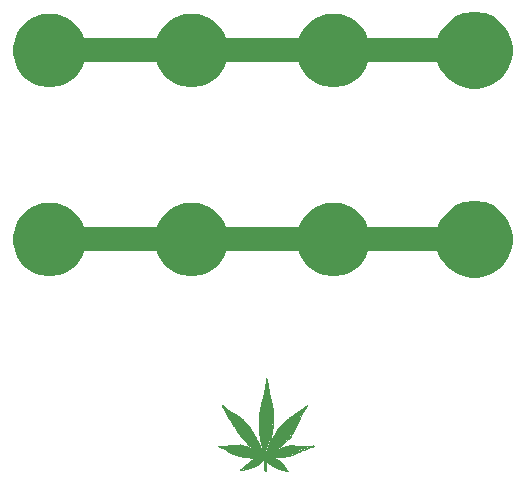
<source format=gbr>
G04 #@! TF.GenerationSoftware,KiCad,Pcbnew,(5.1.5-0)*
G04 #@! TF.CreationDate,2021-01-14T18:28:11-08:00*
G04 #@! TF.ProjectId,duallpg,6475616c-6c70-4672-9e6b-696361645f70,rev?*
G04 #@! TF.SameCoordinates,Original*
G04 #@! TF.FileFunction,Soldermask,Top*
G04 #@! TF.FilePolarity,Negative*
%FSLAX46Y46*%
G04 Gerber Fmt 4.6, Leading zero omitted, Abs format (unit mm)*
G04 Created by KiCad (PCBNEW (5.1.5-0)) date 2021-01-14 18:28:11*
%MOMM*%
%LPD*%
G04 APERTURE LIST*
%ADD10C,2.000000*%
%ADD11C,0.100000*%
%ADD12C,0.000002*%
%ADD13C,0.001000*%
G04 APERTURE END LIST*
D10*
X145250000Y-5000000D02*
X105250000Y-5000000D01*
X145250000Y11000000D02*
X105250000Y11000000D01*
D11*
G36*
X126160400Y-23497650D02*
G01*
X126712850Y-23777050D01*
X127039875Y-24104075D01*
X127174813Y-24334263D01*
X127406588Y-24604138D01*
X127100200Y-24520000D01*
X126846200Y-24443800D01*
X126668400Y-24380300D01*
X126293750Y-24246950D01*
X125934975Y-24053275D01*
X125674625Y-23767525D01*
X125550800Y-23605600D01*
X125614300Y-23643700D01*
X125588900Y-23580200D01*
X125652400Y-23408750D01*
X126160400Y-23497650D01*
G37*
X126160400Y-23497650D02*
X126712850Y-23777050D01*
X127039875Y-24104075D01*
X127174813Y-24334263D01*
X127406588Y-24604138D01*
X127100200Y-24520000D01*
X126846200Y-24443800D01*
X126668400Y-24380300D01*
X126293750Y-24246950D01*
X125934975Y-24053275D01*
X125674625Y-23767525D01*
X125550800Y-23605600D01*
X125614300Y-23643700D01*
X125588900Y-23580200D01*
X125652400Y-23408750D01*
X126160400Y-23497650D01*
G36*
X125366650Y-23516700D02*
G01*
X124998350Y-23948500D01*
X124560200Y-24221550D01*
X124179200Y-24361250D01*
X123429900Y-24526350D01*
X123912500Y-23999300D01*
X124306200Y-23732600D01*
X124674500Y-23529400D01*
X125144400Y-23453200D01*
X125169800Y-23453200D01*
X125366650Y-23516700D01*
G37*
X125366650Y-23516700D02*
X124998350Y-23948500D01*
X124560200Y-24221550D01*
X124179200Y-24361250D01*
X123429900Y-24526350D01*
X123912500Y-23999300D01*
X124306200Y-23732600D01*
X124674500Y-23529400D01*
X125144400Y-23453200D01*
X125169800Y-23453200D01*
X125366650Y-23516700D01*
G36*
X128573400Y-22488000D02*
G01*
X129005200Y-22513400D01*
X129583207Y-22523943D01*
X128903600Y-22678500D01*
X128471800Y-22869000D01*
X128128900Y-23084900D01*
X127709800Y-23250000D01*
X127176400Y-23338900D01*
X126731900Y-23364300D01*
X126154050Y-23345250D01*
X125576200Y-23326200D01*
X125512700Y-23250000D01*
X125728600Y-23186500D01*
X125735585Y-23135700D01*
X126051815Y-23008700D01*
X126585850Y-22780100D01*
X127138300Y-22576900D01*
X127532000Y-22462600D01*
X127976500Y-22462600D01*
X128573400Y-22488000D01*
G37*
X128573400Y-22488000D02*
X129005200Y-22513400D01*
X129583207Y-22523943D01*
X128903600Y-22678500D01*
X128471800Y-22869000D01*
X128128900Y-23084900D01*
X127709800Y-23250000D01*
X127176400Y-23338900D01*
X126731900Y-23364300D01*
X126154050Y-23345250D01*
X125576200Y-23326200D01*
X125512700Y-23250000D01*
X125728600Y-23186500D01*
X125735585Y-23135700D01*
X126051815Y-23008700D01*
X126585850Y-22780100D01*
X127138300Y-22576900D01*
X127532000Y-22462600D01*
X127976500Y-22462600D01*
X128573400Y-22488000D01*
G36*
X128560700Y-19833700D02*
G01*
X128319400Y-20329000D01*
X128116200Y-20786200D01*
X127855850Y-21306900D01*
X127582800Y-21662500D01*
X127271650Y-22075250D01*
X126801750Y-22468950D01*
X126300100Y-22805500D01*
X125195200Y-23402400D01*
X125220600Y-23072200D01*
X125525400Y-23021400D01*
X125773050Y-22583250D01*
X125988950Y-22119700D01*
X126154050Y-21789500D01*
X126338200Y-21497400D01*
X126503300Y-21179900D01*
X126782700Y-20824300D01*
X127062100Y-20506800D01*
X127392300Y-20214700D01*
X127735200Y-19986100D01*
X128116200Y-19732100D01*
X128509900Y-19465400D01*
X129043300Y-19071700D01*
X128560700Y-19833700D01*
G37*
X128560700Y-19833700D02*
X128319400Y-20329000D01*
X128116200Y-20786200D01*
X127855850Y-21306900D01*
X127582800Y-21662500D01*
X127271650Y-22075250D01*
X126801750Y-22468950D01*
X126300100Y-22805500D01*
X125195200Y-23402400D01*
X125220600Y-23072200D01*
X125525400Y-23021400D01*
X125773050Y-22583250D01*
X125988950Y-22119700D01*
X126154050Y-21789500D01*
X126338200Y-21497400D01*
X126503300Y-21179900D01*
X126782700Y-20824300D01*
X127062100Y-20506800D01*
X127392300Y-20214700D01*
X127735200Y-19986100D01*
X128116200Y-19732100D01*
X128509900Y-19465400D01*
X129043300Y-19071700D01*
X128560700Y-19833700D01*
G36*
X125715900Y-17700100D02*
G01*
X125817500Y-18182700D01*
X125931800Y-18639900D01*
X126014350Y-18970100D01*
X126077850Y-19351100D01*
X126122300Y-19871800D01*
X126122300Y-20405200D01*
X126071500Y-20989400D01*
X126008000Y-21510100D01*
X125865125Y-22005400D01*
X125566675Y-23021400D01*
X125353950Y-22970600D01*
X125119000Y-22056200D01*
X124945962Y-21192600D01*
X124961837Y-20405200D01*
X125014225Y-19744800D01*
X125176150Y-18970100D01*
X125411100Y-18157300D01*
X125538100Y-17382600D01*
X125601600Y-16861900D01*
X125715900Y-17700100D01*
G37*
X125715900Y-17700100D02*
X125817500Y-18182700D01*
X125931800Y-18639900D01*
X126014350Y-18970100D01*
X126077850Y-19351100D01*
X126122300Y-19871800D01*
X126122300Y-20405200D01*
X126071500Y-20989400D01*
X126008000Y-21510100D01*
X125865125Y-22005400D01*
X125566675Y-23021400D01*
X125353950Y-22970600D01*
X125119000Y-22056200D01*
X124945962Y-21192600D01*
X124961837Y-20405200D01*
X125014225Y-19744800D01*
X125176150Y-18970100D01*
X125411100Y-18157300D01*
X125538100Y-17382600D01*
X125601600Y-16861900D01*
X125715900Y-17700100D01*
G36*
X122096400Y-19274900D02*
G01*
X122413900Y-19516200D01*
X122979050Y-19833700D01*
X123575950Y-20265500D01*
X123950600Y-20646500D01*
X124350650Y-21211650D01*
X124947550Y-22392750D01*
X125246000Y-22957900D01*
X125258700Y-22970600D01*
X124928500Y-22996000D01*
X124826900Y-22945200D01*
X124471300Y-22697550D01*
X124064900Y-22329250D01*
X123734700Y-21980000D01*
X123379100Y-21548200D01*
X123099700Y-21129100D01*
X122909200Y-20875100D01*
X122655200Y-20417900D01*
X122401200Y-20049600D01*
X122159900Y-19630500D01*
X121880500Y-19071700D01*
X122096400Y-19274900D01*
G37*
X122096400Y-19274900D02*
X122413900Y-19516200D01*
X122979050Y-19833700D01*
X123575950Y-20265500D01*
X123950600Y-20646500D01*
X124350650Y-21211650D01*
X124947550Y-22392750D01*
X125246000Y-22957900D01*
X125258700Y-22970600D01*
X124928500Y-22996000D01*
X124826900Y-22945200D01*
X124471300Y-22697550D01*
X124064900Y-22329250D01*
X123734700Y-21980000D01*
X123379100Y-21548200D01*
X123099700Y-21129100D01*
X122909200Y-20875100D01*
X122655200Y-20417900D01*
X122401200Y-20049600D01*
X122159900Y-19630500D01*
X121880500Y-19071700D01*
X122096400Y-19274900D01*
G36*
X123502925Y-22453075D02*
G01*
X123839475Y-22548325D01*
X124103000Y-22640400D01*
X124801500Y-23046800D01*
X124831980Y-23074740D01*
X124839600Y-23059500D01*
X124839600Y-23072200D01*
X124831980Y-23074740D01*
X124750700Y-23237300D01*
X125144400Y-23377000D01*
X124934850Y-23402400D01*
X124541150Y-23427800D01*
X124064900Y-23427800D01*
X123620400Y-23364300D01*
X123137800Y-23250000D01*
X122744100Y-23135700D01*
X122337700Y-22907100D01*
X122020200Y-22678500D01*
X121613800Y-22551500D01*
X122261500Y-22500700D01*
X122794900Y-22462600D01*
X123258450Y-22456250D01*
X123502925Y-22453075D01*
G37*
X123502925Y-22453075D02*
X123839475Y-22548325D01*
X124103000Y-22640400D01*
X124801500Y-23046800D01*
X124831980Y-23074740D01*
X124839600Y-23059500D01*
X124839600Y-23072200D01*
X124831980Y-23074740D01*
X124750700Y-23237300D01*
X125144400Y-23377000D01*
X124934850Y-23402400D01*
X124541150Y-23427800D01*
X124064900Y-23427800D01*
X123620400Y-23364300D01*
X123137800Y-23250000D01*
X122744100Y-23135700D01*
X122337700Y-22907100D01*
X122020200Y-22678500D01*
X121613800Y-22551500D01*
X122261500Y-22500700D01*
X122794900Y-22462600D01*
X123258450Y-22456250D01*
X123502925Y-22453075D01*
G36*
X125500000Y-23034100D02*
G01*
X125288862Y-23227775D01*
X125507937Y-23323025D01*
X126258825Y-23865950D01*
X126077850Y-23961200D01*
X125500000Y-23504000D01*
X125512700Y-24596200D01*
X125398400Y-24456500D01*
X125392050Y-23567500D01*
X125436500Y-23567500D01*
X125055500Y-23351600D01*
X124769750Y-23199200D01*
X124934850Y-22919800D01*
X125500000Y-23034100D01*
G37*
X125500000Y-23034100D02*
X125288862Y-23227775D01*
X125507937Y-23323025D01*
X126258825Y-23865950D01*
X126077850Y-23961200D01*
X125500000Y-23504000D01*
X125512700Y-24596200D01*
X125398400Y-24456500D01*
X125392050Y-23567500D01*
X125436500Y-23567500D01*
X125055500Y-23351600D01*
X124769750Y-23199200D01*
X124934850Y-22919800D01*
X125500000Y-23034100D01*
D12*
X124979586Y-21346968D02*
X124986414Y-21413404D01*
X121560628Y-22535206D02*
G75*
G02X121562745Y-22530474I8833J-1112D01*
G01*
X121562745Y-22530475D02*
G75*
G02X121567170Y-22527659I6961J-6056D01*
G01*
X121567171Y-22527659D02*
G75*
G02X121576272Y-22525641I21302J-74534D01*
G01*
X121619176Y-22519928D02*
X121576272Y-22525641D01*
X121675382Y-22514579D02*
X121619176Y-22519928D01*
X121749523Y-22509059D02*
X121675382Y-22514579D01*
X121850810Y-22502773D02*
X121749523Y-22509059D01*
X121964250Y-22495535D02*
X121850810Y-22502773D01*
X122055159Y-22488329D02*
X121964250Y-22495535D01*
X122135946Y-22480142D02*
X122055159Y-22488329D01*
X122217522Y-22469967D02*
X122135946Y-22480142D01*
X122295588Y-22460763D02*
X122217522Y-22469967D01*
X122394548Y-22451810D02*
X122295588Y-22460763D01*
X122502731Y-22443949D02*
X122394548Y-22451810D01*
X122610022Y-22438039D02*
X122502731Y-22443949D01*
X122658893Y-22435783D02*
X122610022Y-22438039D01*
X122728084Y-22432592D02*
X122658893Y-22435783D01*
X122803746Y-22429104D02*
X122728084Y-22432592D01*
X122875022Y-22425821D02*
X122803746Y-22429104D01*
X123042892Y-22418843D02*
X122875022Y-22425821D01*
X123217753Y-22413052D02*
X123042892Y-22418843D01*
X123391324Y-22408069D02*
X123217753Y-22413052D01*
X123391324Y-22408069D02*
G75*
G02X123400393Y-22410507I462J-16364D01*
G01*
X123403889Y-22411762D02*
G75*
G02X123400393Y-22410507I1209J8867D01*
G01*
X123419388Y-22413775D02*
X123403889Y-22411762D01*
X123437771Y-22415819D02*
X123419388Y-22413775D01*
X123458715Y-22417713D02*
X123437771Y-22415819D01*
X124970054Y-21237481D02*
X124972649Y-21267124D01*
X126112378Y-23397086D02*
X126157522Y-23400622D01*
X126063537Y-23393388D02*
X126112378Y-23397086D01*
X126018194Y-23390058D02*
X126063537Y-23393388D01*
X125985022Y-23387755D02*
X126018194Y-23390058D01*
X125953615Y-23385486D02*
X125985022Y-23387755D01*
X125914584Y-23382326D02*
X125953615Y-23385486D01*
X125874606Y-23378849D02*
X125914584Y-23382326D01*
X125840022Y-23375579D02*
X125874606Y-23378849D01*
X125778512Y-23370402D02*
X125840022Y-23375579D01*
X125726901Y-23368134D02*
X125778512Y-23370402D01*
X124331364Y-21130665D02*
X124202584Y-20923051D01*
X124460123Y-21360277D02*
X124331364Y-21130665D01*
X125763811Y-23394985D02*
X125725611Y-23387712D01*
X125801820Y-23401668D02*
X125763811Y-23394985D01*
X125827522Y-23405429D02*
X125801820Y-23401668D01*
X125827522Y-23405429D02*
G75*
G02X125915850Y-23421576I-96572J-777952D01*
G01*
X126042223Y-23454860D02*
X125915850Y-23421576D01*
X126181550Y-23497366D02*
X126042223Y-23454860D01*
X126315022Y-23544009D02*
X126181550Y-23497366D01*
X126358649Y-23561046D02*
X126315022Y-23544009D01*
X126404637Y-23580487D02*
X126358649Y-23561046D01*
X126452079Y-23601930D02*
X126404637Y-23580487D01*
X126500085Y-23624987D02*
X126452079Y-23601930D01*
X126500085Y-23624988D02*
G75*
G02X126652408Y-23712179I-639105J-1293158D01*
G01*
X125100081Y-22097260D02*
X125102098Y-22107528D01*
X128120021Y-20765299D02*
G75*
G02X128119743Y-20766562I-3003J0D01*
G01*
X128111209Y-20784952D02*
X128119743Y-20766562D01*
X128101523Y-20805632D02*
X128111209Y-20784952D01*
X128090022Y-20829870D02*
X128101523Y-20805632D01*
X128078521Y-20854146D02*
X128090022Y-20829870D01*
X128068834Y-20874951D02*
X128078521Y-20854146D01*
X128060385Y-20893329D02*
X128068834Y-20874951D01*
X128060021Y-20894995D02*
G75*
G02X128060385Y-20893329I3995J0D01*
G01*
X128060021Y-20894995D02*
G75*
G02X128059292Y-20898297I-7840J0D01*
G01*
X128020677Y-20981421D02*
X128059292Y-20898297D01*
X127977758Y-21073339D02*
X128020677Y-20981421D01*
X127927442Y-21180277D02*
X127977758Y-21073339D01*
X127904537Y-21228174D02*
X127927442Y-21180277D01*
X127876801Y-21284980D02*
X127904537Y-21228174D01*
X127847730Y-21343998D02*
X127876801Y-21284980D01*
X127847731Y-21343997D02*
G75*
G02X127845022Y-21347777I-12801J6311D01*
G01*
X127843589Y-21349614D02*
G75*
G02X127845022Y-21347777I8150J-4881D01*
G01*
X127840177Y-21355418D02*
X127843588Y-21349615D01*
X127836238Y-21362435D02*
X127840177Y-21355418D01*
X127832041Y-21370277D02*
X127836238Y-21362435D01*
X127823008Y-21387116D02*
X127832041Y-21370277D01*
X127812309Y-21406309D02*
X127823008Y-21387116D01*
X127801117Y-21425799D02*
X127812309Y-21406309D01*
X127790563Y-21443576D02*
X127801117Y-21425799D01*
X127786359Y-21450601D02*
X127790563Y-21443576D01*
X127779895Y-21461546D02*
X127786359Y-21450601D01*
X127772630Y-21473921D02*
X127779895Y-21461546D01*
X127765538Y-21486076D02*
X127772630Y-21473921D01*
X127765539Y-21486076D02*
G75*
G02X127676513Y-21624537I-1594117J927112D01*
G01*
X127560765Y-21778716D02*
X127676513Y-21624537D01*
X127429379Y-21935115D02*
X127560765Y-21778716D01*
X127292561Y-22080767D02*
X127429379Y-21935115D01*
X127292561Y-22080767D02*
G75*
G02X127012462Y-22338051I-2992746J2977019D01*
G01*
X126702444Y-22576945D02*
X127012462Y-22338051D01*
X126346530Y-22808868D02*
X126702444Y-22576945D01*
X125927522Y-23045384D02*
X126346530Y-22808868D01*
X125907210Y-23056206D02*
X125927522Y-23045384D01*
X125883256Y-23069049D02*
X125907210Y-23056206D01*
X125859541Y-23081825D02*
X125883256Y-23069049D01*
X125840022Y-23092411D02*
X125859541Y-23081825D01*
X125822766Y-23101769D02*
X125840022Y-23092411D01*
X125806062Y-23110749D02*
X125822766Y-23101769D01*
X125791782Y-23118359D02*
X125806062Y-23110749D01*
X125784097Y-23122337D02*
X125791782Y-23118359D01*
X125767847Y-23132144D02*
G75*
G02X125784097Y-23122337I73169J-102870D01*
G01*
X125751467Y-23145234D02*
G75*
G02X125767847Y-23132145I125077J-139731D01*
G01*
X125738112Y-23158375D02*
G75*
G02X125751467Y-23145234I145858J-134885D01*
G01*
X125735021Y-23166267D02*
G75*
G02X125738111Y-23158375I11624J0D01*
G01*
X125735871Y-23169781D02*
G75*
G02X125735022Y-23166267I6849J3514D01*
G01*
X125738155Y-23171737D02*
G75*
G02X125735870Y-23169780I1247J3768D01*
G01*
X125742397Y-23172198D02*
G75*
G02X125738155Y-23171737I-1044J10127D01*
G01*
X125749641Y-23171103D02*
G75*
G02X125742398Y-23172199I-15184J75919D01*
G01*
X125768149Y-23165366D02*
G75*
G02X125749641Y-23171104I-36945J86448D01*
G01*
X125828992Y-23139023D02*
X125768149Y-23165366D01*
X125896972Y-23108528D02*
X125828992Y-23139023D01*
X125965022Y-23076643D02*
X125896972Y-23108528D01*
X125988044Y-23065656D02*
X125965022Y-23076643D01*
X126013850Y-23053400D02*
X125988044Y-23065656D01*
X126038478Y-23041750D02*
X126013850Y-23053400D01*
X126057522Y-23032798D02*
X126038478Y-23041750D01*
X126077497Y-23023393D02*
X126057522Y-23032798D01*
X126105600Y-23010054D02*
X126077497Y-23023393D01*
X126136247Y-22995444D02*
X126105600Y-23010054D01*
X126165022Y-22981661D02*
X126136247Y-22995444D01*
X126219936Y-22955361D02*
X126165022Y-22981661D01*
X126261702Y-22935535D02*
X126219936Y-22955361D01*
X126296707Y-22919148D02*
X126261702Y-22935535D01*
X126330022Y-22903816D02*
X126296707Y-22919148D01*
X126365354Y-22887574D02*
X126330022Y-22903816D01*
X126431774Y-22856749D02*
X126365354Y-22887574D01*
X126499694Y-22825132D02*
X126431774Y-22856749D01*
X126547522Y-22802733D02*
X126499694Y-22825132D01*
X126694502Y-22734657D02*
X126547522Y-22802733D01*
X126845333Y-22666903D02*
X126694502Y-22734657D01*
X126983653Y-22606658D02*
X126845333Y-22666903D01*
X127090022Y-22562680D02*
X126983653Y-22606658D01*
X127143337Y-22541611D02*
X127090022Y-22562680D01*
X127178135Y-22528359D02*
X127143337Y-22541611D01*
X127207932Y-22517769D02*
X127178135Y-22528359D01*
X127242522Y-22506289D02*
X127207932Y-22517769D01*
X127301620Y-22488467D02*
X127242522Y-22506289D01*
X127363071Y-22472384D02*
X127301620Y-22488467D01*
X127424574Y-22458597D02*
X127363071Y-22472384D01*
X127483822Y-22447669D02*
X127424574Y-22458597D01*
X127525789Y-22441782D02*
X127483822Y-22447669D01*
X127561324Y-22438975D02*
X127525789Y-22441782D01*
X127605896Y-22438261D02*
X127561324Y-22438975D01*
X127686322Y-22439370D02*
X127605896Y-22438261D01*
X127743234Y-22440735D02*
X127686322Y-22439370D01*
X127801607Y-22442737D02*
X127743234Y-22440735D01*
X127853546Y-22445032D02*
X127801607Y-22442737D01*
X127887522Y-22447267D02*
X127853546Y-22445032D01*
X127918287Y-22449702D02*
X127887522Y-22447267D01*
X127957662Y-22452627D02*
X127918287Y-22449702D01*
X127998691Y-22455545D02*
X127957662Y-22452627D01*
X128035022Y-22457990D02*
X127998691Y-22455545D01*
X128072057Y-22460418D02*
X128035022Y-22457990D01*
X128115318Y-22463293D02*
X128072057Y-22460418D01*
X128157867Y-22466150D02*
X128115318Y-22463293D01*
X128192522Y-22468510D02*
X128157867Y-22466150D01*
X128245145Y-22470680D02*
X128192522Y-22468510D01*
X128437897Y-22473130D02*
X128245145Y-22470680D01*
X128666132Y-22475346D02*
X128437897Y-22473130D01*
X128922522Y-22476997D02*
X128666132Y-22475346D01*
X129260194Y-22478974D02*
X128922522Y-22476997D01*
X129446598Y-22480953D02*
X129260194Y-22478974D01*
X129575267Y-22483028D02*
X129446598Y-22480953D01*
X129575267Y-22483028D02*
G75*
G02X129588772Y-22486729I-500J-28318D01*
G01*
X129588772Y-22486728D02*
G75*
G02X129597766Y-22495160I-13045J-22929D01*
G01*
X129597766Y-22495160D02*
G75*
G02X129600023Y-22505412I-12281J-8079D01*
G01*
X129600023Y-22505413D02*
G75*
G02X129594871Y-22515674I-18220J2725D01*
G01*
X129594870Y-22515673D02*
G75*
G02X129583207Y-22523943I-29662J29474D01*
G01*
X129583208Y-22523944D02*
G75*
G02X129565174Y-22531131I-63623J133418D01*
G01*
X129500776Y-22551805D02*
X129565174Y-22531131D01*
X129438093Y-22571392D02*
X129500776Y-22551805D01*
X129402522Y-22581377D02*
X129438093Y-22571392D01*
X129273171Y-22618169D02*
X129402522Y-22581377D01*
X129098786Y-22675203D02*
X129273171Y-22618169D01*
X128919767Y-22738251D02*
X129098786Y-22675203D01*
X128772522Y-22795274D02*
X128919767Y-22738251D01*
X128649199Y-22848078D02*
X128772522Y-22795274D01*
X128503927Y-22914591D02*
X128649199Y-22848078D01*
X128362600Y-22982490D02*
X128503927Y-22914591D01*
X128252522Y-23039199D02*
X128362600Y-22982490D01*
X128118504Y-23110433D02*
X128252522Y-23039199D01*
X128033440Y-23152696D02*
X128118504Y-23110433D01*
X127958987Y-23185131D02*
X128033440Y-23152696D01*
X127867522Y-23220178D02*
X127958987Y-23185131D01*
X127792423Y-23247307D02*
X127867522Y-23220178D01*
X127752851Y-23260723D02*
X127792423Y-23247307D01*
X127713400Y-23272598D02*
X127752851Y-23260723D01*
X127640022Y-23293034D02*
X127713400Y-23272598D01*
X127520804Y-23322545D02*
X127640022Y-23293034D01*
X127383620Y-23350279D02*
X127520804Y-23322545D01*
X127245884Y-23373156D02*
X127383620Y-23350279D01*
X127125022Y-23387838D02*
X127245884Y-23373156D01*
X127101013Y-23390138D02*
X127125022Y-23387838D01*
X127066506Y-23393487D02*
X127101013Y-23390138D01*
X127028547Y-23397195D02*
X127066506Y-23393487D01*
X126992522Y-23400739D02*
X127028547Y-23397195D01*
X126858935Y-23408145D02*
X126992522Y-23400739D01*
X126586190Y-23409806D02*
X126858935Y-23408145D01*
X126313070Y-23407895D02*
X126586190Y-23409806D01*
X126157522Y-23400622D02*
X126313070Y-23407895D01*
X125684700Y-23367876D02*
X125726901Y-23368134D01*
X125680021Y-23372584D02*
G75*
G02X125684700Y-23367876I4709J-1D01*
G01*
X125681145Y-23374719D02*
G75*
G02X125680022Y-23372585I1466J2134D01*
G01*
X125685529Y-23377293D02*
G75*
G02X125681144Y-23374719I15819J31971D01*
G01*
X124610636Y-21638155D02*
X124594341Y-21608062D01*
X124621221Y-21657777D02*
X124610636Y-21638155D01*
X126011249Y-22033226D02*
X125964982Y-22130277D01*
X126096807Y-21862328D02*
X126011249Y-22033226D01*
X126183548Y-21691636D02*
X126096807Y-21862328D01*
X126224269Y-21616527D02*
X126183548Y-21691636D01*
X126238678Y-21591366D02*
X126224269Y-21616527D01*
X126249929Y-21571636D02*
X126238678Y-21591366D01*
X126259609Y-21554555D02*
X126249929Y-21571636D01*
X126269048Y-21537777D02*
X126259609Y-21554555D01*
X126275983Y-21525624D02*
X126269048Y-21537777D01*
X126287590Y-21505731D02*
X126275983Y-21525624D01*
X126300976Y-21482985D02*
X126287590Y-21505731D01*
X126314458Y-21460277D02*
X126300976Y-21482985D01*
X126327575Y-21438268D02*
X126314458Y-21460277D01*
X126339864Y-21417624D02*
X126327575Y-21438268D01*
X126350197Y-21400243D02*
X126339864Y-21417624D01*
X126354889Y-21392307D02*
X126350197Y-21400243D01*
X126399259Y-21320233D02*
X126354889Y-21392307D01*
X126462393Y-21223837D02*
X126399259Y-21320233D01*
X126529939Y-21124271D02*
X126462393Y-21223837D01*
X126589543Y-21040277D02*
X126529939Y-21124271D01*
X126646819Y-20963641D02*
X126589543Y-21040277D01*
X126717177Y-20873061D02*
X126646819Y-20963641D01*
X126784639Y-20788542D02*
X126717177Y-20873061D01*
X126827847Y-20737777D02*
X126784639Y-20788542D01*
X128135064Y-20731889D02*
X128144416Y-20711958D01*
X128127187Y-20748945D02*
X128135064Y-20731889D01*
X128120294Y-20764044D02*
X128127187Y-20748945D01*
X128120022Y-20765299D02*
G75*
G02X128120294Y-20764044I3026J0D01*
G01*
X124575985Y-21574222D02*
X124558037Y-21541194D01*
X124594341Y-21608062D02*
X124575985Y-21574222D01*
X127412904Y-24632618D02*
G75*
G02X127412962Y-24640934I-10582J-4233D01*
G01*
X127412961Y-24640934D02*
G75*
G02X127410571Y-24643771I-5287J2029D01*
G01*
X127410571Y-24643771D02*
G75*
G02X127405675Y-24645933I-11328J19028D01*
G01*
X127405675Y-24645934D02*
G75*
G02X127398837Y-24647326I-10822J35655D01*
G01*
X127398838Y-24647325D02*
G75*
G02X127390414Y-24647777I-8424J78322D01*
G01*
X125893609Y-22291378D02*
X125885721Y-22310277D01*
X125920843Y-22229384D02*
X125893609Y-22291378D01*
X125947720Y-22168594D02*
X125920843Y-22229384D01*
X125964982Y-22130277D02*
X125947720Y-22168594D01*
X127390414Y-24647778D02*
G75*
G02X127375921Y-24646825I0J110737D01*
G01*
X127375921Y-24646825D02*
G75*
G02X127363016Y-24643965I9971J75534D01*
G01*
X127363016Y-24643965D02*
G75*
G02X127346281Y-24637761I53575J170197D01*
G01*
X127315022Y-24624046D02*
X127346281Y-24637761D01*
X127251838Y-24597762D02*
X127315022Y-24624046D01*
X127185736Y-24574319D02*
X127251838Y-24597762D01*
X127114120Y-24552862D02*
X127185736Y-24574319D01*
X127034294Y-24532548D02*
X127114120Y-24552862D01*
X126897606Y-24499292D02*
X127034294Y-24532548D01*
X124630128Y-21674323D02*
X124621221Y-21657777D01*
X124640235Y-21693074D02*
X124630128Y-21674323D01*
X125753305Y-22636243D02*
X125744490Y-22656661D01*
X125763179Y-22612378D02*
X125753305Y-22636243D01*
X125774497Y-22584151D02*
X125763179Y-22612378D01*
X125787768Y-22550277D02*
X125774497Y-22584151D01*
X125793655Y-22535324D02*
X125787768Y-22550277D01*
X125800109Y-22519333D02*
X125793655Y-22535324D01*
X125806173Y-22504627D02*
X125800109Y-22519333D01*
X126652408Y-23712178D02*
G75*
G02X126790509Y-23815987I-743206J-1132487D01*
G01*
X126790509Y-23815987D02*
G75*
G02X126908604Y-23931641I-808447J-943632D01*
G01*
X126908604Y-23931641D02*
G75*
G02X127001099Y-24054225I-691614J-618042D01*
G01*
X127093113Y-24197827D02*
X127001099Y-24054225D01*
X127158325Y-24294131D02*
X127093113Y-24197827D01*
X127219278Y-24376381D02*
X127158325Y-24294131D01*
X127294380Y-24470045D02*
X127219278Y-24376381D01*
X127337947Y-24522822D02*
X127294380Y-24470045D01*
X127351771Y-24539809D02*
X127337947Y-24522822D01*
X127362079Y-24553035D02*
X127351771Y-24539809D01*
X125134498Y-19020277D02*
X125120636Y-19070269D01*
X125810691Y-22494082D02*
X125806173Y-22504627D01*
X125814264Y-22485606D02*
X125810691Y-22494082D01*
X125817281Y-22477667D02*
X125814264Y-22485606D01*
X125819553Y-22470959D02*
X125817281Y-22477667D01*
X125820021Y-22467966D02*
G75*
G02X125819553Y-22470959I-9805J0D01*
G01*
X125820021Y-22467965D02*
G75*
G02X125820501Y-22464968I9600J-1D01*
G01*
X125822848Y-22458209D02*
X125820501Y-22464968D01*
X125825958Y-22450210D02*
X125822848Y-22458209D01*
X125829642Y-22441661D02*
X125825958Y-22450210D01*
X125843866Y-22409784D02*
X125829642Y-22441661D01*
X125852969Y-22388632D02*
X125843866Y-22409784D01*
X125859166Y-22373491D02*
X125852969Y-22388632D01*
X125860007Y-22369082D02*
G75*
G02X125859166Y-22373491I-11749J-43D01*
G01*
X125860007Y-22369082D02*
G75*
G02X125860459Y-22366632I6738J25D01*
G01*
X125863194Y-22359786D02*
X125860459Y-22366632D01*
X125866707Y-22351673D02*
X125863194Y-22359786D01*
X125870874Y-22342777D02*
X125866707Y-22351673D01*
X125875330Y-22333430D02*
X125870874Y-22342777D01*
X125879723Y-22323949D02*
X125875330Y-22333430D01*
X125883495Y-22315577D02*
X125879723Y-22323949D01*
X125885721Y-22310277D02*
X125883495Y-22315577D01*
X127377281Y-24573316D02*
X127362079Y-24553035D01*
X127393683Y-24596689D02*
X127377281Y-24573316D01*
X127393683Y-24596690D02*
G75*
G02X127405528Y-24616666I-194982J-129113D01*
G01*
X127405528Y-24616666D02*
G75*
G02X127412903Y-24632618I-148143J-78170D01*
G01*
X126837272Y-20727192D02*
X126827847Y-20737777D01*
X126857031Y-20704856D02*
X126837272Y-20727192D01*
X126880430Y-20678361D02*
X126857031Y-20704856D01*
X126905193Y-20650277D02*
X126880430Y-20678361D01*
X127013704Y-20533304D02*
X126905193Y-20650277D01*
X127146053Y-20402079D02*
X127013704Y-20533304D01*
X127277297Y-20280085D02*
X127146053Y-20402079D01*
X127380250Y-20194220D02*
X127277297Y-20280085D01*
X127467428Y-20128727D02*
X127380250Y-20194220D01*
X127546415Y-20073278D02*
X127467428Y-20128727D01*
X127648457Y-20006351D02*
X127546415Y-20073278D01*
X127827522Y-19892769D02*
X127648457Y-20006351D01*
X127889629Y-19853344D02*
X127827522Y-19892769D01*
X127956365Y-19810469D02*
X127889629Y-19853344D01*
X128017965Y-19770471D02*
X127956365Y-19810469D01*
X128062522Y-19740991D02*
X128017965Y-19770471D01*
X128197222Y-19649298D02*
X128062522Y-19740991D01*
X128320866Y-19562251D02*
X128197222Y-19649298D01*
X128468690Y-19454774D02*
X128320866Y-19562251D01*
X128690022Y-19290957D02*
X128468690Y-19454774D01*
X128733928Y-19258350D02*
X128690022Y-19290957D01*
X128776959Y-19226446D02*
X128733928Y-19258350D01*
X128814011Y-19199020D02*
X128776959Y-19226446D01*
X128835022Y-19183543D02*
X128814011Y-19199020D01*
X128851209Y-19171646D02*
X128835022Y-19183543D01*
X128868850Y-19158643D02*
X128851209Y-19171646D01*
X128885320Y-19146471D02*
X128868850Y-19158643D01*
X128897522Y-19137414D02*
X128885320Y-19146471D01*
X128937477Y-19109270D02*
X128897522Y-19137414D01*
X128992952Y-19073208D02*
X128937477Y-19109270D01*
X129049438Y-19037759D02*
X128992952Y-19073208D01*
X129049438Y-19037760D02*
G75*
G02X129064761Y-19031269I28471J-45884D01*
G01*
X129064761Y-19031268D02*
G75*
G02X129077504Y-19029947I10974J-43717D01*
G01*
X129077504Y-19029947D02*
G75*
G02X129084070Y-19034069I-305J-7776D01*
G01*
X129084070Y-19034070D02*
G75*
G02X129084527Y-19042656I-8997J-4784D01*
G01*
X129084527Y-19042655D02*
G75*
G02X129077667Y-19055539I-63438J25510D01*
G01*
X129065329Y-19072507D02*
X129077667Y-19055539D01*
X129045976Y-19096851D02*
X129065329Y-19072507D01*
X129026429Y-19120518D02*
X129045976Y-19096851D01*
X129026429Y-19120517D02*
G75*
G02X129016963Y-19130277I-72727J61071D01*
G01*
X128999895Y-19148072D02*
G75*
G02X129016963Y-19130277I123500J-101373D01*
G01*
X128945948Y-19214257D02*
X128999895Y-19148072D01*
X128891922Y-19281904D02*
X128945948Y-19214257D01*
X128851038Y-19335277D02*
X128891922Y-19281904D01*
X128774034Y-19443698D02*
X128851038Y-19335277D01*
X128713980Y-19539678D02*
X128774034Y-19443698D01*
X128648409Y-19660452D02*
X128713980Y-19539678D01*
X128545463Y-19865277D02*
X128648409Y-19660452D01*
X128512314Y-19932396D02*
X128545463Y-19865277D01*
X128482337Y-19993418D02*
X128512314Y-19932396D01*
X128457300Y-20044652D02*
X128482337Y-19993418D01*
X128448740Y-20062777D02*
X128457300Y-20044652D01*
X128433870Y-20094997D02*
X128448740Y-20062777D01*
X128398656Y-20170485D02*
X128433870Y-20094997D01*
X128363434Y-20245815D02*
X128398656Y-20170485D01*
X128342505Y-20290277D02*
X128363434Y-20245815D01*
X128336270Y-20303483D02*
X128342505Y-20290277D01*
X128326572Y-20324090D02*
X128336270Y-20303483D01*
X128315623Y-20347387D02*
X128326572Y-20324090D01*
X128304881Y-20370277D02*
X128315623Y-20347387D01*
X128252656Y-20481614D02*
X128304881Y-20370277D01*
X128205466Y-20582138D02*
X128252656Y-20481614D01*
X128166565Y-20664935D02*
X128205466Y-20582138D01*
X128144416Y-20711958D02*
X128166565Y-20664935D01*
X124956089Y-20020173D02*
X124950432Y-20097777D01*
X124991414Y-19684273D02*
X124989359Y-19701746D01*
X124999812Y-21525277D02*
X125002112Y-21541881D01*
X122720022Y-23154199D02*
X122785345Y-23181444D01*
X122672193Y-23132386D02*
X122720022Y-23154199D01*
X122596008Y-23095116D02*
X122672193Y-23132386D01*
X122513874Y-23054229D02*
X122596008Y-23095116D01*
X123458715Y-22417712D02*
G75*
G02X123537077Y-22427867I-68767J-838110D01*
G01*
X123634167Y-22447547D02*
X123537077Y-22427867D01*
X123738541Y-22473880D02*
X123634167Y-22447547D01*
X123840022Y-22504629D02*
X123738541Y-22473880D01*
X123911345Y-22528648D02*
X123840022Y-22504629D01*
X123962918Y-22547344D02*
X123911345Y-22528648D01*
X124014767Y-22568060D02*
X123962918Y-22547344D01*
X124087522Y-22598978D02*
X124014767Y-22568060D01*
X124136095Y-22621297D02*
X124087522Y-22598978D01*
X124222054Y-22663707D02*
X124136095Y-22621297D01*
X124307800Y-22707003D02*
X124222054Y-22663707D01*
X124357522Y-22733724D02*
X124307800Y-22707003D01*
X124374485Y-22743290D02*
X124357522Y-22733724D01*
X124392381Y-22753359D02*
X124374485Y-22743290D01*
X124408665Y-22762503D02*
X124392381Y-22753359D01*
X124420022Y-22768855D02*
X124408665Y-22762503D01*
X124467579Y-22796350D02*
X124420022Y-22768855D01*
X124529264Y-22833880D02*
X124467579Y-22796350D01*
X124594127Y-22874579D02*
X124529264Y-22833880D01*
X124652522Y-22912529D02*
X124594127Y-22874579D01*
X124769621Y-22989782D02*
X124652522Y-22912529D01*
X124784217Y-22992895D02*
G75*
G02X124769621Y-22989782I-3296J20324D01*
G01*
X124785880Y-22986626D02*
G75*
G02X124784217Y-22992894I-2231J-2763D01*
G01*
X124686635Y-22906997D02*
X124785879Y-22986626D01*
X124576355Y-22818615D02*
X124686635Y-22906997D01*
X124455655Y-22721064D02*
X124576355Y-22818615D01*
X124346190Y-22632022D02*
X124455655Y-22721064D01*
X124297522Y-22591366D02*
X124346190Y-22632022D01*
X124060218Y-22378564D02*
X124297522Y-22591366D01*
X123831976Y-22153889D02*
X124060218Y-22378564D01*
X123626302Y-21931368D02*
X123831976Y-22153889D01*
X123457522Y-21725413D02*
X123626302Y-21931368D01*
X123447035Y-21711730D02*
X123457522Y-21725413D01*
X123430933Y-21690881D02*
X123447035Y-21711730D01*
X123412804Y-21667489D02*
X123430933Y-21690881D01*
X123395094Y-21644720D02*
X123412804Y-21667489D01*
X123350771Y-21586679D02*
X123395094Y-21644720D01*
X123298022Y-21515362D02*
X123350771Y-21586679D01*
X123243294Y-21439659D02*
X123298022Y-21515362D01*
X123192611Y-21367777D02*
X123243294Y-21439659D01*
X123115794Y-21255183D02*
X123192611Y-21367777D01*
X123003314Y-21086047D02*
X123115794Y-21255183D01*
X122892960Y-20918079D02*
X123003314Y-21086047D01*
X122827810Y-20815811D02*
X122892960Y-20918079D01*
X122812852Y-20791839D02*
X122827810Y-20815811D01*
X122793501Y-20761028D02*
X122812852Y-20791839D01*
X122773210Y-20728853D02*
X122793501Y-20761028D01*
X122755098Y-20700277D02*
X122773210Y-20728853D01*
X122732466Y-20664465D02*
X122755098Y-20700277D01*
X122694344Y-20603699D02*
X122732466Y-20664465D01*
X122650478Y-20533586D02*
X122694344Y-20603699D01*
X122606299Y-20462777D02*
X122650478Y-20533586D01*
X122563762Y-20394522D02*
X122606299Y-20462777D01*
X122524866Y-20332137D02*
X122563762Y-20394522D01*
X122492249Y-20279846D02*
X122524866Y-20332137D01*
X122480010Y-20260277D02*
X122492249Y-20279846D01*
X122437630Y-20191590D02*
X122480010Y-20260277D01*
X122367790Y-20076106D02*
X122437630Y-20191590D01*
X122297729Y-19959490D02*
X122367790Y-20076106D01*
X122272165Y-19915277D02*
X122297729Y-19959490D01*
X122269328Y-19910248D02*
X122272165Y-19915277D01*
X122265217Y-19903074D02*
X122269328Y-19910248D01*
X122260674Y-19895211D02*
X122265217Y-19903074D01*
X122256342Y-19887777D02*
X122260674Y-19895211D01*
X122227044Y-19837083D02*
X122256342Y-19887777D01*
X122168968Y-19735057D02*
X122227044Y-19837083D01*
X122110346Y-19631702D02*
X122168968Y-19735057D01*
X122088754Y-19592777D02*
X122110346Y-19631702D01*
X122079351Y-19575536D02*
X122088754Y-19592777D01*
X122067835Y-19554543D02*
X122079351Y-19575536D01*
X122056140Y-19533314D02*
X122067835Y-19554543D01*
X122046150Y-19515277D02*
X122056140Y-19533314D01*
X122017394Y-19460797D02*
X122046150Y-19515277D01*
X121962647Y-19350518D02*
X122017394Y-19460797D01*
X121902078Y-19227345D02*
X121962647Y-19350518D01*
X121902079Y-19227345D02*
G75*
G02X121900022Y-19218491I18028J8854D01*
G01*
X121899530Y-19215636D02*
G75*
G02X121900022Y-19218491I-8045J-2855D01*
G01*
X121897209Y-19209477D02*
X121899530Y-19215636D01*
X121894113Y-19202210D02*
X121897209Y-19209477D01*
X121890446Y-19194500D02*
X121894113Y-19202210D01*
X121890446Y-19194500D02*
G75*
G02X121875567Y-19160779I353949J176315D01*
G01*
X121862376Y-19122674D02*
X121875567Y-19160779D01*
X121852797Y-19087022D02*
X121862376Y-19122674D01*
X121852798Y-19087021D02*
G75*
G02X121850022Y-19062709I105091J24312D01*
G01*
X121850022Y-19062709D02*
G75*
G02X121852313Y-19051889I26694J0D01*
G01*
X121852313Y-19051889D02*
G75*
G02X121858734Y-19043767I19006J-8428D01*
G01*
X121858734Y-19043767D02*
G75*
G02X121868045Y-19039963I11741J-15439D01*
G01*
X121868045Y-19039963D02*
G75*
G02X121878409Y-19041121I2783J-22042D01*
G01*
X124799378Y-22999505D02*
G75*
G02X124807816Y-23005118I-42084J-72409D01*
G01*
X124793690Y-22998010D02*
G75*
G02X124799378Y-22999505I137J-11046D01*
G01*
X124792163Y-23000169D02*
G75*
G02X124793690Y-22998010I1547J525D01*
G01*
X124795021Y-23005277D02*
G75*
G02X124792163Y-23000169I12406J10295D01*
G01*
X124798004Y-23008135D02*
G75*
G02X124795022Y-23005277I10995J14458D01*
G01*
X124801808Y-23010528D02*
G75*
G02X124798004Y-23008136I11528J22553D01*
G01*
X124805813Y-23012133D02*
G75*
G02X124801808Y-23010528I6762J22671D01*
G01*
X124809384Y-23012619D02*
G75*
G02X124805813Y-23012133I-229J11691D01*
G01*
X124813439Y-23012263D02*
G75*
G02X124809384Y-23012618I-4642J29680D01*
G01*
X124814221Y-23011131D02*
G75*
G02X124813438Y-23012263I-929J-194D01*
G01*
X124813100Y-23009282D02*
G75*
G02X124814221Y-23011131I-2062J-2515D01*
G01*
X124807816Y-23005118D02*
X124813100Y-23009282D01*
X125582574Y-16819496D02*
G75*
G02X125591771Y-16810571I24520J-16067D01*
G01*
X125591771Y-16810571D02*
G75*
G02X125602879Y-16807745I10107J-16484D01*
G01*
X125602879Y-16807745D02*
G75*
G02X125613607Y-16811707I-996J-19203D01*
G01*
X125613606Y-16811707D02*
G75*
G02X125621759Y-16821527I-17650J-22947D01*
G01*
X125621760Y-16821527D02*
G75*
G02X125633695Y-16854885I-124673J-63421D01*
G01*
X125649153Y-16930779D02*
X125633695Y-16854885D01*
X125666249Y-17030893D02*
X125649153Y-16930779D01*
X125684771Y-17157777D02*
X125666249Y-17030893D01*
X125689195Y-17189649D02*
X125684771Y-17157777D01*
X125693664Y-17221324D02*
X125689195Y-17189649D01*
X125697609Y-17248853D02*
X125693664Y-17221324D01*
X125700058Y-17265277D02*
X125697609Y-17248853D01*
X125702198Y-17279274D02*
X125700058Y-17265277D01*
X125704846Y-17296746D02*
X125702198Y-17279274D01*
X125707550Y-17314693D02*
X125704846Y-17296746D01*
X125709879Y-17330277D02*
X125707550Y-17314693D01*
X125750474Y-17595675D02*
X125709879Y-17330277D01*
X125782146Y-17783530D02*
X125750474Y-17595675D01*
X125812899Y-17941341D02*
X125782146Y-17783530D01*
X125849454Y-18105379D02*
X125812899Y-17941341D01*
X125874492Y-18208731D02*
X125849454Y-18105379D01*
X125906786Y-18336990D02*
X125874492Y-18208731D01*
X125938947Y-18462230D02*
X125906786Y-18336990D01*
X125949546Y-18497777D02*
X125938947Y-18462230D01*
X125951577Y-18504390D02*
X125949546Y-18497777D01*
X125954324Y-18514684D02*
X125951577Y-18504390D01*
X125957226Y-18526332D02*
X125954324Y-18514684D01*
X125959866Y-18537777D02*
X125957226Y-18526332D01*
X125962509Y-18549406D02*
X125959866Y-18537777D01*
X125965418Y-18561606D02*
X125962509Y-18549406D01*
X125968167Y-18572654D02*
X125965418Y-18561606D01*
X125970219Y-18580277D02*
X125968167Y-18572654D01*
X125991211Y-18661306D02*
X125970219Y-18580277D01*
X126020319Y-18789530D02*
X125991211Y-18661306D01*
X126047583Y-18917148D02*
X126020319Y-18789530D01*
X126060471Y-18990277D02*
X126047583Y-18917148D01*
X126062659Y-19004272D02*
X126060471Y-18990277D01*
X126065675Y-19021746D02*
X126062659Y-19004272D01*
X126068972Y-19039692D02*
X126065675Y-19021746D01*
X126072053Y-19055277D02*
X126068972Y-19039692D01*
X126083969Y-19121401D02*
X126072053Y-19055277D01*
X126098521Y-19220705D02*
X126083969Y-19121401D01*
X126113047Y-19332002D02*
X126098521Y-19220705D01*
X126125375Y-19440277D02*
X126113047Y-19332002D01*
X126133692Y-19527355D02*
X126125375Y-19440277D01*
X126141238Y-19623355D02*
X126133692Y-19527355D01*
X126149412Y-19746795D02*
X126141238Y-19623355D01*
X126159993Y-19925277D02*
X126149412Y-19746795D01*
X126164428Y-20061801D02*
X126159993Y-19925277D01*
X126163207Y-20223699D02*
X126164428Y-20061801D01*
D13*
X126156205Y-20430188D02*
X126163207Y-20223699D01*
X126142243Y-20710277D02*
X126156205Y-20430188D01*
D12*
X126138309Y-20763260D02*
X126142243Y-20710277D01*
X126129073Y-20857488D02*
X126138309Y-20763260D01*
X126118702Y-20954897D02*
X126129073Y-20857488D01*
X126109856Y-21027777D02*
X126118702Y-20954897D01*
X126107613Y-21045020D02*
X126109856Y-21027777D01*
X126104937Y-21066012D02*
X126107613Y-21045020D01*
X126102271Y-21087241D02*
X126104937Y-21066012D01*
X126100050Y-21105277D02*
X126102271Y-21087241D01*
X126097806Y-21122962D02*
X126100050Y-21105277D01*
X126095075Y-21143074D02*
X126097806Y-21122962D01*
X126092299Y-21162476D02*
X126095075Y-21143074D01*
X126089942Y-21177777D02*
X126092299Y-21162476D01*
X126087622Y-21192744D02*
X126089942Y-21177777D01*
X126084972Y-21211012D02*
X126087622Y-21192744D01*
X126082418Y-21229518D02*
X126084972Y-21211012D01*
X126080389Y-21245277D02*
X126082418Y-21229518D01*
X126061335Y-21367675D02*
X126080389Y-21245277D01*
X126021650Y-21569623D02*
X126061335Y-21367675D01*
X125978766Y-21771371D02*
X126021650Y-21569623D01*
X125947485Y-21895277D02*
X125978766Y-21771371D01*
X125944512Y-21905948D02*
X125947485Y-21895277D01*
X125941467Y-21917340D02*
X125944512Y-21905948D01*
X125938776Y-21927807D02*
X125941467Y-21917340D01*
X125936995Y-21935277D02*
X125938776Y-21927807D01*
X125927390Y-21973770D02*
X125936995Y-21935277D01*
X125897648Y-22081388D02*
X125927390Y-21973770D01*
X125867938Y-22187284D02*
X125897648Y-22081388D01*
X125850778Y-22245277D02*
X125867938Y-22187284D01*
X125846460Y-22259274D02*
X125850778Y-22245277D01*
X125841080Y-22276746D02*
X125846460Y-22259274D01*
X125835561Y-22294693D02*
X125841080Y-22276746D01*
X125830776Y-22310277D02*
X125835561Y-22294693D01*
X125813681Y-22364093D02*
X125830776Y-22310277D01*
X125782504Y-22458295D02*
X125813681Y-22364093D01*
X125749871Y-22555470D02*
X125782504Y-22458295D01*
X125724966Y-22627777D02*
X125749871Y-22555470D01*
X125714918Y-22656638D02*
X125724966Y-22627777D01*
X125705745Y-22683387D02*
X125714918Y-22656638D01*
X125698156Y-22705862D02*
X125705745Y-22683387D01*
X125695217Y-22715277D02*
X125698156Y-22705862D01*
X125692515Y-22724002D02*
X125695217Y-22715277D01*
X125686887Y-22740861D02*
X125692515Y-22724002D01*
X125680133Y-22760670D02*
X125686887Y-22740861D01*
X125672951Y-22781307D02*
X125680133Y-22760670D01*
X125655426Y-22834707D02*
X125672951Y-22781307D01*
X125655298Y-22854677D02*
G75*
G02X125655426Y-22834707I33535J9771D01*
G01*
X125662456Y-22855327D02*
G75*
G02X125655299Y-22854677I-3451J1730D01*
G01*
X125682120Y-22812777D02*
X125662455Y-22855327D01*
X125688098Y-22798783D02*
X125682120Y-22812777D01*
X125694664Y-22783598D02*
X125688098Y-22798783D01*
X125700839Y-22769472D02*
X125694664Y-22783598D01*
X125705464Y-22759082D02*
X125700839Y-22769472D01*
X125709124Y-22750664D02*
X125705464Y-22759082D01*
X125712214Y-22742904D02*
X125709124Y-22750664D01*
X125714584Y-22736362D02*
X125712214Y-22742904D01*
X125715021Y-22733771D02*
G75*
G02X125714584Y-22736362I-7897J0D01*
G01*
X125715021Y-22733771D02*
G75*
G02X125715482Y-22731197I7424J0D01*
G01*
X125717959Y-22724785D02*
X125715482Y-22731197D01*
X125721191Y-22717186D02*
X125717959Y-22724785D01*
X125725022Y-22708958D02*
X125721191Y-22717186D01*
X125728851Y-22700659D02*
X125725022Y-22708958D01*
X125732084Y-22692840D02*
X125728851Y-22700659D01*
X125734508Y-22686216D02*
X125732084Y-22692840D01*
X125735021Y-22683153D02*
G75*
G02X125734508Y-22686216I-9398J0D01*
G01*
X125735022Y-22683153D02*
G75*
G02X125735503Y-22680064I10154J0D01*
G01*
X125737803Y-22673264D02*
X125735503Y-22680064D01*
X125740864Y-22665223D02*
X125737803Y-22673264D01*
X125744490Y-22656661D02*
X125740864Y-22665223D01*
X124514682Y-21458855D02*
X124510103Y-21450347D01*
X124514682Y-21458855D02*
G75*
G02X124515022Y-21460212I-2538J-1357D01*
G01*
X124504695Y-21440555D02*
X124498277Y-21429295D01*
X124510103Y-21450347D02*
X124504695Y-21440555D01*
X122513874Y-23054228D02*
G75*
G02X122505022Y-23047537I13556J27135D01*
G01*
X122503092Y-23045897D02*
G75*
G02X122505022Y-23047537I-5453J-8377D01*
G01*
X122495912Y-23041285D02*
X122503091Y-23045898D01*
X122487281Y-23035930D02*
X122495912Y-23041285D01*
X122477522Y-23030101D02*
X122487281Y-23035930D01*
X122467356Y-23024103D02*
X122477522Y-23030101D01*
X122457487Y-23018234D02*
X122467356Y-23024103D01*
X122449047Y-23013177D02*
X122457487Y-23018234D01*
X122444424Y-23010341D02*
X122449047Y-23013177D01*
X122440259Y-23007797D02*
X122444424Y-23010341D01*
X122434094Y-23004150D02*
X122440259Y-23007797D01*
X122427233Y-23000155D02*
X122434094Y-23004150D01*
X122420629Y-22996375D02*
X122427233Y-23000155D01*
X122420629Y-22996375D02*
G75*
G02X122410474Y-22989975I63669J112281D01*
G01*
X122382016Y-22970005D02*
X122410474Y-22989975D01*
X122348261Y-22945940D02*
X122382016Y-22970005D01*
X122311226Y-22919103D02*
X122348261Y-22945940D01*
X122133114Y-22796773D02*
X122311226Y-22919103D01*
X121986099Y-22713678D02*
G75*
G02X122133114Y-22796773I-631554J-1288984D01*
G01*
X121826951Y-22646610D02*
G75*
G02X121986098Y-22713679I-510715J-1434241D01*
G01*
X121608826Y-22574954D02*
X121826951Y-22646611D01*
X121576926Y-22565042D02*
X121608826Y-22574954D01*
X121576927Y-22565042D02*
G75*
G02X121566329Y-22560106I14167J44263D01*
G01*
X121566329Y-22560106D02*
G75*
G02X121561681Y-22554159I5938J9430D01*
G01*
X121561681Y-22554159D02*
G75*
G02X121560076Y-22544254I30438J10015D01*
G01*
X121560076Y-22544254D02*
G75*
G02X121560628Y-22535206I70514J241D01*
G01*
X126785632Y-24469595D02*
X126897606Y-24499292D01*
X126698054Y-24443690D02*
X126785632Y-24469595D01*
X126698055Y-24443690D02*
G75*
G02X126642522Y-24423101I169046J541143D01*
G01*
X126637486Y-24421027D02*
X126642522Y-24423101D01*
X126630318Y-24418265D02*
X126637486Y-24421027D01*
X126622455Y-24415344D02*
X126630318Y-24418265D01*
X126615022Y-24412696D02*
X126622455Y-24415344D01*
X126607177Y-24409863D02*
X126615022Y-24412696D01*
X126598034Y-24406363D02*
X126607177Y-24409863D01*
X126589059Y-24402778D02*
X126598034Y-24406363D01*
X126581766Y-24399691D02*
X126589059Y-24402778D01*
X126575511Y-24397043D02*
X126581766Y-24399691D01*
X126569752Y-24394808D02*
X126575511Y-24397043D01*
X126564899Y-24393092D02*
X126569752Y-24394808D01*
X126562993Y-24392777D02*
G75*
G02X126564899Y-24393092I0J-5933D01*
G01*
X126562993Y-24392778D02*
G75*
G02X126559189Y-24392029I0J10037D01*
G01*
X126464667Y-24353305D02*
X126559189Y-24392029D01*
X126381032Y-24318860D02*
X126464667Y-24353305D01*
X126335022Y-24299343D02*
X126381032Y-24318860D01*
X126284226Y-24276283D02*
X126335022Y-24299343D01*
X126214035Y-24242512D02*
X126284226Y-24276283D01*
X126146005Y-24208811D02*
X126214035Y-24242512D01*
X126110022Y-24189386D02*
X126146005Y-24208811D01*
X126084250Y-24174488D02*
X126110022Y-24189386D01*
X126065712Y-24163819D02*
X126084250Y-24174488D01*
X126052040Y-24156010D02*
X126065712Y-24163819D01*
X126042522Y-24150665D02*
X126052040Y-24156010D01*
X126002423Y-24126144D02*
X126042522Y-24150665D01*
X125952352Y-24091071D02*
X126002423Y-24126144D01*
X125899465Y-24050893D02*
X125952352Y-24091071D01*
X125850022Y-24010105D02*
X125899465Y-24050893D01*
X125850022Y-24010106D02*
G75*
G02X125770238Y-23933873I695822J808099D01*
G01*
X125770238Y-23933873D02*
G75*
G02X125698595Y-23849661I781638J737557D01*
G01*
X125698596Y-23849661D02*
G75*
G02X125635002Y-23757259I878955J673003D01*
G01*
X125635001Y-23757258D02*
G75*
G02X125579292Y-23656527I1044989J643704D01*
G01*
X125566672Y-23632136D02*
X125579292Y-23656527D01*
X125558836Y-23621479D02*
G75*
G02X125566672Y-23632136I-34612J-33661D01*
G01*
X125552757Y-23619559D02*
G75*
G02X125558835Y-23621478I1254J-6611D01*
G01*
X125547112Y-23623439D02*
G75*
G02X125552758Y-23619558I7228J-4468D01*
G01*
X125545653Y-23628424D02*
G75*
G02X125547112Y-23623440I9773J-154D01*
G01*
X125543420Y-23771549D02*
X125545654Y-23628424D01*
X125541301Y-23931187D02*
X125543420Y-23771549D01*
X125539456Y-24119690D02*
X125541301Y-23931187D01*
X125537665Y-24308576D02*
X125539456Y-24119690D01*
X125535717Y-24469472D02*
X125537665Y-24308576D01*
X125533721Y-24612425D02*
X125535717Y-24469472D01*
X125533721Y-24612424D02*
G75*
G02X125532565Y-24621527I-41009J581D01*
G01*
X125532565Y-24621527D02*
G75*
G02X125531012Y-24625830I-20606J5007D01*
G01*
X125531011Y-24625830D02*
G75*
G02X125528627Y-24629473I-15676J7660D01*
G01*
X125528628Y-24629473D02*
G75*
G02X125525815Y-24631944I-9855J8380D01*
G01*
X125525814Y-24631943D02*
G75*
G02X125522998Y-24632777I-2816J4339D01*
G01*
X125522998Y-24632778D02*
G75*
G02X125518527Y-24631046I0J6637D01*
G01*
X125495478Y-24609837D02*
X125518527Y-24631046D01*
X125469013Y-24584616D02*
X125495478Y-24609837D01*
X125438906Y-24554683D02*
X125469013Y-24584616D01*
X125361648Y-24476588D02*
X125438906Y-24554683D01*
X125358335Y-24176359D02*
X125361648Y-24476588D01*
X125357066Y-24051023D02*
X125358335Y-24176359D01*
X125355995Y-23922704D02*
X125357066Y-24051023D01*
X125355237Y-23808674D02*
X125355995Y-23922704D01*
X125355022Y-23734454D02*
X125355237Y-23808674D01*
X125354720Y-23673849D02*
X125355022Y-23734454D01*
X125353728Y-23629717D02*
X125354720Y-23673849D01*
X125352369Y-23594990D02*
X125353728Y-23629717D01*
X125350060Y-23592777D02*
G75*
G02X125352369Y-23594990I-1J-2312D01*
G01*
X125347054Y-23594088D02*
G75*
G02X125350059Y-23592777I3005J-2787D01*
G01*
X125336630Y-23605560D02*
X125347055Y-23594089D01*
X125324618Y-23619615D02*
X125336630Y-23605560D01*
X125311309Y-23636292D02*
X125324618Y-23619615D01*
X125219679Y-23746929D02*
X125311309Y-23636292D01*
X125121336Y-23851497D02*
X125219679Y-23746929D01*
X125022618Y-23943723D02*
X125121336Y-23851497D01*
X125022618Y-23943723D02*
G75*
G02X124930022Y-24016907I-785138J898227D01*
G01*
X124793872Y-24107727D02*
X124930022Y-24016907D01*
X124660543Y-24184003D02*
X124793872Y-24107727D01*
X124520115Y-24250989D02*
X124660543Y-24184003D01*
X124362522Y-24313854D02*
X124520115Y-24250989D01*
X124306592Y-24333017D02*
X124362522Y-24313854D01*
X124214001Y-24362067D02*
X124306592Y-24333017D01*
X124120530Y-24390489D02*
X124214001Y-24362067D01*
X124120531Y-24390489D02*
G75*
G02X124085022Y-24399348I-111894J372905D01*
G01*
X124075788Y-24401427D02*
X124085022Y-24399348D01*
X124026256Y-24413853D02*
X124075788Y-24401427D01*
X123968574Y-24428414D02*
X124026256Y-24413853D01*
X123902522Y-24445214D02*
X123968574Y-24428414D01*
X123835223Y-24462309D02*
X123902522Y-24445214D01*
X123773647Y-24477802D02*
X123835223Y-24462309D01*
X123722000Y-24490673D02*
X123773647Y-24477802D01*
X123702522Y-24495258D02*
X123722000Y-24490673D01*
X123689392Y-24498201D02*
X123702522Y-24495258D01*
X123674725Y-24501527D02*
X123689392Y-24498201D01*
X123660765Y-24504724D02*
X123674725Y-24501527D01*
X123650022Y-24507222D02*
X123660765Y-24504724D01*
X123626495Y-24512411D02*
X123650022Y-24507222D01*
X123569890Y-24524006D02*
X123626495Y-24512411D01*
X123506655Y-24536751D02*
X123569890Y-24524006D01*
X123446570Y-24548613D02*
X123506655Y-24536751D01*
X123430754Y-24551291D02*
X123446570Y-24548613D01*
X123430754Y-24551291D02*
G75*
G02X123419488Y-24552124I-11660J81132D01*
G01*
X123419487Y-24552124D02*
G75*
G02X123410662Y-24551315I-221J46104D01*
G01*
X123410662Y-24551315D02*
G75*
G02X123402820Y-24548823I6419J33790D01*
G01*
X123402820Y-24548822D02*
G75*
G02X123393799Y-24535506I6402J14050D01*
G01*
X123393799Y-24535506D02*
G75*
G02X123399252Y-24516313I31269J1487D01*
G01*
X123399252Y-24516313D02*
G75*
G02X123427331Y-24481110I257590J-176662D01*
G01*
X123509998Y-24392550D02*
X123427331Y-24481110D01*
X123547172Y-24353045D02*
X123509998Y-24392550D01*
X123586499Y-24311019D02*
X123547172Y-24353045D01*
X123622351Y-24272510D02*
X123586499Y-24311019D01*
X123647522Y-24245213D02*
X123622351Y-24272510D01*
X123690178Y-24199392D02*
X123647522Y-24245213D01*
X123726361Y-24162256D02*
X123690178Y-24199392D01*
X123763224Y-24126564D02*
X123726361Y-24162256D01*
X123807926Y-24085277D02*
X123763224Y-24126564D01*
X123827115Y-24067823D02*
X123807926Y-24085277D01*
X123843687Y-24052653D02*
X123827115Y-24067823D01*
X123858008Y-24039477D02*
X123843687Y-24052653D01*
X123860021Y-24037406D02*
G75*
G02X123858008Y-24039477I-19819J17259D01*
G01*
X123860021Y-24037407D02*
G75*
G02X123862103Y-24035349I14795J-12883D01*
G01*
X123880147Y-24020015D02*
X123862103Y-24035349D01*
X123900885Y-24002487D02*
X123880147Y-24020015D01*
X123925022Y-23982231D02*
X123900885Y-24002487D01*
X124030470Y-23897248D02*
X123925022Y-23982231D01*
X124130076Y-23823754D02*
X124030470Y-23897248D01*
X124230113Y-23757287D02*
X124130076Y-23823754D01*
X124336795Y-23693515D02*
X124230113Y-23757287D01*
X124370714Y-23675268D02*
X124336795Y-23693515D01*
X124426262Y-23647389D02*
X124370714Y-23675268D01*
X124482493Y-23619994D02*
X124426262Y-23647389D01*
X124520022Y-23602890D02*
X124482493Y-23619994D01*
X124559757Y-23585775D02*
X124520022Y-23602890D01*
X124579737Y-23577382D02*
X124559757Y-23585775D01*
X124595779Y-23571025D02*
X124579737Y-23577382D01*
X124616272Y-23563347D02*
X124595779Y-23571025D01*
X124629186Y-23558599D02*
X124616272Y-23563347D01*
X124644287Y-23553046D02*
X124629186Y-23558599D01*
X124659151Y-23547580D02*
X124644287Y-23553046D01*
X124671272Y-23543122D02*
X124659151Y-23547580D01*
X124706104Y-23531114D02*
X124671272Y-23543122D01*
X124763274Y-23513030D02*
X124706104Y-23531114D01*
X124820340Y-23495577D02*
X124763274Y-23513030D01*
X124847522Y-23488372D02*
X124820340Y-23495577D01*
X124903341Y-23474277D02*
X124847522Y-23488372D01*
X124968904Y-23455292D02*
X124903341Y-23474277D01*
X125030034Y-23436296D02*
X124968904Y-23455292D01*
X125029691Y-23433050D02*
G75*
G02X125030034Y-23436296I-161J-1658D01*
G01*
X125027681Y-23433099D02*
G75*
G02X125029690Y-23433051I1204J-8298D01*
G01*
X125019709Y-23434287D02*
X125027681Y-23433099D01*
X125010305Y-23435799D02*
X125019709Y-23434287D01*
X124999690Y-23437644D02*
X125010305Y-23435799D01*
X124974754Y-23441359D02*
X124999690Y-23437644D01*
X124930359Y-23446376D02*
X124974754Y-23441359D01*
X124865074Y-23453070D02*
X124930359Y-23446376D01*
X124763645Y-23462894D02*
X124865074Y-23453070D01*
X124735352Y-23465035D02*
X124763645Y-23462894D01*
X124681795Y-23467839D02*
X124735352Y-23465035D01*
X124618915Y-23470681D02*
X124681795Y-23467839D01*
X124553645Y-23473169D02*
X124618915Y-23470681D01*
X124408340Y-23476041D02*
X124553645Y-23473169D01*
X124281748Y-23473781D02*
X124408340Y-23476041D01*
X124136661Y-23465269D02*
X124281748Y-23473781D01*
X123925022Y-23447707D02*
X124136661Y-23465269D01*
X123864771Y-23441119D02*
X123925022Y-23447707D01*
X123781738Y-23429690D02*
X123864771Y-23441119D01*
X123684250Y-23414788D02*
X123781738Y-23429690D01*
X123577522Y-23397109D02*
X123684250Y-23414788D01*
X123471857Y-23377377D02*
X123577522Y-23397109D01*
X123354034Y-23352215D02*
X123471857Y-23377377D01*
X123237305Y-23324654D02*
X123354034Y-23352215D01*
X123135022Y-23297637D02*
X123237305Y-23324654D01*
X123119381Y-23293300D02*
X123135022Y-23297637D01*
X123103397Y-23288981D02*
X123119381Y-23293300D01*
X123089207Y-23285245D02*
X123103397Y-23288981D01*
X123080022Y-23282966D02*
X123089207Y-23285245D01*
X123071722Y-23280851D02*
X123080022Y-23282966D01*
X123061053Y-23277839D02*
X123071722Y-23280851D01*
X123049914Y-23274499D02*
X123061053Y-23277839D01*
X123040022Y-23271321D02*
X123049914Y-23274499D01*
X123028663Y-23267567D02*
X123040022Y-23271321D01*
X123012381Y-23262256D02*
X123028663Y-23267567D01*
X122994485Y-23256458D02*
X123012381Y-23262256D01*
X122977522Y-23251004D02*
X122994485Y-23256458D01*
X122913400Y-23229584D02*
X122977522Y-23251004D01*
X122849573Y-23206485D02*
X122913400Y-23229584D01*
X122785345Y-23181444D02*
X122849573Y-23206485D01*
X125691588Y-23379800D02*
G75*
G02X125685529Y-23377293I15601J46284D01*
G01*
X125698772Y-23381862D02*
G75*
G02X125691589Y-23379800I19033J79840D01*
G01*
X125725611Y-23387712D02*
X125698772Y-23381862D01*
X121878409Y-19041121D02*
G75*
G02X121893800Y-19049519I-19851J-54684D01*
G01*
X121933573Y-19080444D02*
X121893800Y-19049519D01*
X121980950Y-19119163D02*
X121933573Y-19080444D01*
X122033636Y-19164359D02*
X121980950Y-19119163D01*
X122198174Y-19302127D02*
X122033636Y-19164359D01*
X122343791Y-19410502D02*
X122198174Y-19302127D01*
X122512714Y-19519733D02*
X122343791Y-19410502D01*
X122757522Y-19664069D02*
X122512714Y-19519733D01*
X125071306Y-19256615D02*
X125047577Y-19365220D01*
X124994593Y-19656118D02*
X124992916Y-19670277D01*
X124786280Y-21970659D02*
X124746362Y-21892777D01*
X124900735Y-22199065D02*
X124786280Y-21970659D01*
X125093793Y-19172863D02*
X125090420Y-19185871D01*
X125109796Y-22140277D02*
X125112223Y-22149554D01*
X123480696Y-20146196D02*
X123449731Y-20121569D01*
X123534121Y-20190261D02*
X123480696Y-20146196D01*
X125155296Y-18949293D02*
X125140717Y-18998596D01*
X124541545Y-21510738D02*
X124527657Y-21484784D01*
X124558037Y-21541194D02*
X124541545Y-21510738D01*
X125107389Y-22130966D02*
X125109796Y-22140277D01*
X125030667Y-22462450D02*
G75*
G02X125030022Y-22459625I5867J2825D01*
G01*
X125070128Y-22544375D02*
X125030666Y-22462451D01*
X124993686Y-21478002D02*
X124999812Y-21525277D01*
X125090420Y-19185871D02*
X125087276Y-19197511D01*
X125110559Y-19107297D02*
X125102925Y-19136256D01*
X125122102Y-22193678D02*
X125125424Y-22208215D01*
X125119792Y-22182777D02*
X125122102Y-22193678D01*
X125117434Y-22642202D02*
X125070128Y-22544375D01*
X125180900Y-22772769D02*
X125117434Y-22642202D01*
X125494836Y-17345277D02*
X125483743Y-17438355D01*
X123890510Y-20519449D02*
X123807249Y-20434817D01*
X123957941Y-20593323D02*
X123890510Y-20519449D01*
X124515378Y-21461643D02*
G75*
G02X124515022Y-21460212I2699J1431D01*
G01*
X124527657Y-21484784D02*
X124515377Y-21461643D01*
X124957431Y-21084943D02*
X124960146Y-21124262D01*
X124936197Y-20540776D02*
X124941200Y-20760800D01*
X122812323Y-19695700D02*
X122757522Y-19664069D01*
X122865350Y-19726582D02*
X122812323Y-19695700D01*
X122910594Y-19753170D02*
X122865350Y-19726582D01*
X124962884Y-21160118D02*
X124965155Y-21185277D01*
X125564571Y-16863376D02*
G75*
G02X125582574Y-16819496I122645J-24684D01*
G01*
X125483743Y-17438355D02*
X125466692Y-17568323D01*
X125466692Y-17568323D02*
X125448247Y-17702128D01*
X125448247Y-17702128D02*
X125432296Y-17810277D01*
X125094799Y-22071609D02*
X125097913Y-22086189D01*
X125172754Y-18890648D02*
X125155296Y-18949293D01*
X125165004Y-22366641D02*
X125188021Y-22455658D01*
X125152687Y-22317777D02*
X125165004Y-22366641D01*
X124939221Y-20335430D02*
X124936197Y-20540776D01*
X124997211Y-19638074D02*
X124994593Y-19656118D01*
X125096912Y-19160277D02*
X125093793Y-19172863D01*
X123591890Y-20238546D02*
X123534121Y-20190261D01*
X123642522Y-20281589D02*
X123591890Y-20238546D01*
X125140717Y-18998596D02*
X125134498Y-19020277D01*
X125046332Y-21832567D02*
X125069739Y-21958706D01*
X124972649Y-21267124D02*
X124974772Y-21292777D01*
X125102098Y-22107528D02*
X125104678Y-22119391D01*
X125120636Y-19070269D02*
X125110559Y-19107297D01*
X125112223Y-22149554D02*
X125114997Y-22161012D01*
X125274298Y-18540004D02*
X125191595Y-18827777D01*
X125024401Y-21703232D02*
X125046332Y-21832567D01*
X124986414Y-21413404D02*
X124993686Y-21478002D01*
X122935022Y-19767924D02*
X122910594Y-19753170D01*
X122952943Y-19778971D02*
X122935022Y-19767924D01*
X122971647Y-19790441D02*
X122952943Y-19778971D01*
X122988524Y-19800743D02*
X122971647Y-19790441D01*
X123000022Y-19807694D02*
X122988524Y-19800743D01*
X125097913Y-22086189D02*
X125100081Y-22097260D01*
X124955160Y-21047777D02*
X124957431Y-21084943D01*
X125391058Y-18046192D02*
X125339522Y-18284580D01*
X125102925Y-19136256D02*
X125096912Y-19160277D01*
X125432296Y-17810277D02*
X125391058Y-18046192D01*
X125114997Y-22161012D02*
X125117668Y-22172709D01*
X124965155Y-21185277D02*
X124967410Y-21208549D01*
X125010387Y-21605277D02*
X125024401Y-21703232D01*
X125147592Y-22297213D02*
X125152687Y-22317777D01*
X125141964Y-22274684D02*
X125147592Y-22297213D01*
X123338770Y-20038408D02*
X123212111Y-19948124D01*
X123449731Y-20121569D02*
X123338770Y-20038408D01*
X124966010Y-19910768D02*
X124956089Y-20020173D01*
X125085002Y-19205277D02*
X125071306Y-19256615D01*
X124490348Y-21415352D02*
X124480163Y-21397052D01*
X124498277Y-21429295D02*
X124490348Y-21415352D01*
X124675179Y-21757925D02*
X124657627Y-21725277D01*
X124696050Y-21797166D02*
X124675179Y-21757925D01*
X125293771Y-22953775D02*
G75*
G02X125278450Y-22954191I-7814J5438D01*
G01*
X125301642Y-22927617D02*
G75*
G02X125293772Y-22953776I-43965J-1036D01*
G01*
X125091336Y-22056189D02*
X125094799Y-22071609D01*
X125004965Y-21563215D02*
X125007876Y-21585494D01*
X125000258Y-19619324D02*
X124997211Y-19638074D01*
X124992916Y-19670277D02*
X124991414Y-19684273D01*
X124974772Y-21292777D02*
X124979586Y-21346968D01*
X124719842Y-21842235D02*
X124696050Y-21797166D01*
X124746362Y-21892777D02*
X124719842Y-21842235D01*
X124976782Y-19803128D02*
X124966010Y-19910768D01*
X125339522Y-18284580D02*
X125274298Y-18540004D01*
X125047577Y-19365220D02*
X125025096Y-19474104D01*
X125029044Y-22455488D02*
X124900735Y-22199065D01*
X125029045Y-22455488D02*
G75*
G02X125030022Y-22459625I-8269J-4137D01*
G01*
X123090998Y-19865371D02*
X123000022Y-19807694D01*
X123212111Y-19948124D02*
X123090998Y-19865371D01*
X124076981Y-20742044D02*
X123957941Y-20593323D01*
X124202584Y-20923051D02*
X124076981Y-20742044D01*
X125025096Y-19474104D02*
X125014785Y-19535277D01*
X125191595Y-18827777D02*
X125172754Y-18890648D01*
X124967410Y-21208549D02*
X124970054Y-21237481D01*
X125003300Y-19602777D02*
X125000258Y-19619324D01*
X125012686Y-19549437D02*
X125009713Y-19567481D01*
X124985041Y-19735277D02*
X124976782Y-19803128D01*
X125262789Y-22740486D02*
X125284316Y-22828882D01*
X125229915Y-22615277D02*
X125262789Y-22740486D01*
X125129114Y-22223688D02*
X125132635Y-22237777D01*
X125125424Y-22208215D02*
X125129114Y-22223688D01*
X125088031Y-22042260D02*
X125091336Y-22056189D01*
X125006422Y-19586231D02*
X125003300Y-19602777D01*
X125542634Y-16982589D02*
X125519274Y-17140793D01*
X124989359Y-19701746D02*
X124987122Y-19719693D01*
X125104678Y-22119391D02*
X125107389Y-22130966D01*
X125069739Y-21958706D02*
X125088031Y-22042260D01*
X124950432Y-20097777D02*
X124939221Y-20335430D01*
X125564571Y-16863377D02*
X125542634Y-16982589D01*
X125014785Y-19535277D02*
X125012686Y-19549437D01*
X125211965Y-22547481D02*
X125229915Y-22615277D01*
X125188021Y-22455658D02*
X125211965Y-22547481D01*
X125007876Y-21585494D02*
X125010387Y-21605277D01*
X125136652Y-22253561D02*
X125141964Y-22274684D01*
X125132635Y-22237777D02*
X125136652Y-22253561D01*
X124960146Y-21124262D02*
X124962884Y-21160118D01*
X125297789Y-22892241D02*
G75*
G02X125301641Y-22927617I-205937J-40320D01*
G01*
X125284316Y-22828882D02*
X125297790Y-22892241D01*
X124649971Y-21711116D02*
X124640235Y-21693074D01*
X124657627Y-21725277D02*
X124649971Y-21711116D01*
X125117668Y-22172709D02*
X125119792Y-22182777D01*
X125009713Y-19567481D02*
X125006422Y-19586231D01*
X123720584Y-20351527D02*
X123642522Y-20281589D01*
X123807249Y-20434817D02*
X123720584Y-20351527D01*
X125002112Y-21541881D02*
X125004965Y-21563215D01*
X124987122Y-19719693D02*
X124985041Y-19735277D01*
X125087276Y-19197511D02*
X125085002Y-19205277D01*
X125519274Y-17140793D02*
X125494836Y-17345277D01*
X124469544Y-21377713D02*
X124460123Y-21360277D01*
X124480163Y-21397052D02*
X124469544Y-21377713D01*
X125245824Y-22902971D02*
X125180900Y-22772769D01*
X125278449Y-22954191D02*
G75*
G02X125245824Y-22902971I252153J196613D01*
G01*
X124941200Y-20760800D02*
X124955160Y-21047777D01*
D11*
G36*
X143834239Y-1811467D02*
G01*
X144148282Y-1873934D01*
X144739926Y-2119001D01*
X145272392Y-2474784D01*
X145725216Y-2927608D01*
X146080999Y-3460074D01*
X146326066Y-4051718D01*
X146451000Y-4679804D01*
X146451000Y-5320196D01*
X146326066Y-5948282D01*
X146080999Y-6539926D01*
X145725216Y-7072392D01*
X145272392Y-7525216D01*
X144739926Y-7880999D01*
X144148282Y-8126066D01*
X143834239Y-8188533D01*
X143520197Y-8251000D01*
X142879803Y-8251000D01*
X142565761Y-8188533D01*
X142251718Y-8126066D01*
X141660074Y-7880999D01*
X141127608Y-7525216D01*
X140674784Y-7072392D01*
X140319001Y-6539926D01*
X140073934Y-5948282D01*
X139949000Y-5320196D01*
X139949000Y-4679804D01*
X140073934Y-4051718D01*
X140319001Y-3460074D01*
X140674784Y-2927608D01*
X141127608Y-2474784D01*
X141660074Y-2119001D01*
X142251718Y-1873934D01*
X142565761Y-1811467D01*
X142879803Y-1749000D01*
X143520197Y-1749000D01*
X143834239Y-1811467D01*
G37*
G36*
X131854975Y-1958585D02*
G01*
X132154528Y-2018170D01*
X132718874Y-2251930D01*
X133226772Y-2591296D01*
X133658704Y-3023228D01*
X133998070Y-3531126D01*
X134231830Y-4095472D01*
X134351000Y-4694578D01*
X134351000Y-5305422D01*
X134231830Y-5904528D01*
X133998070Y-6468874D01*
X133658704Y-6976772D01*
X133226772Y-7408704D01*
X132718874Y-7748070D01*
X132154528Y-7981830D01*
X131854975Y-8041415D01*
X131555423Y-8101000D01*
X130944577Y-8101000D01*
X130645025Y-8041415D01*
X130345472Y-7981830D01*
X129781126Y-7748070D01*
X129273228Y-7408704D01*
X128841296Y-6976772D01*
X128501930Y-6468874D01*
X128268170Y-5904528D01*
X128149000Y-5305422D01*
X128149000Y-4694578D01*
X128268170Y-4095472D01*
X128501930Y-3531126D01*
X128841296Y-3023228D01*
X129273228Y-2591296D01*
X129781126Y-2251930D01*
X130345472Y-2018170D01*
X130645025Y-1958585D01*
X130944577Y-1899000D01*
X131555423Y-1899000D01*
X131854975Y-1958585D01*
G37*
G36*
X119854975Y-1958585D02*
G01*
X120154528Y-2018170D01*
X120718874Y-2251930D01*
X121226772Y-2591296D01*
X121658704Y-3023228D01*
X121998070Y-3531126D01*
X122231830Y-4095472D01*
X122351000Y-4694578D01*
X122351000Y-5305422D01*
X122231830Y-5904528D01*
X121998070Y-6468874D01*
X121658704Y-6976772D01*
X121226772Y-7408704D01*
X120718874Y-7748070D01*
X120154528Y-7981830D01*
X119854975Y-8041415D01*
X119555423Y-8101000D01*
X118944577Y-8101000D01*
X118645025Y-8041415D01*
X118345472Y-7981830D01*
X117781126Y-7748070D01*
X117273228Y-7408704D01*
X116841296Y-6976772D01*
X116501930Y-6468874D01*
X116268170Y-5904528D01*
X116149000Y-5305422D01*
X116149000Y-4694578D01*
X116268170Y-4095472D01*
X116501930Y-3531126D01*
X116841296Y-3023228D01*
X117273228Y-2591296D01*
X117781126Y-2251930D01*
X118345472Y-2018170D01*
X118645025Y-1958585D01*
X118944577Y-1899000D01*
X119555423Y-1899000D01*
X119854975Y-1958585D01*
G37*
G36*
X107854975Y-1958585D02*
G01*
X108154528Y-2018170D01*
X108718874Y-2251930D01*
X109226772Y-2591296D01*
X109658704Y-3023228D01*
X109998070Y-3531126D01*
X110231830Y-4095472D01*
X110351000Y-4694578D01*
X110351000Y-5305422D01*
X110231830Y-5904528D01*
X109998070Y-6468874D01*
X109658704Y-6976772D01*
X109226772Y-7408704D01*
X108718874Y-7748070D01*
X108154528Y-7981830D01*
X107854975Y-8041415D01*
X107555423Y-8101000D01*
X106944577Y-8101000D01*
X106645025Y-8041415D01*
X106345472Y-7981830D01*
X105781126Y-7748070D01*
X105273228Y-7408704D01*
X104841296Y-6976772D01*
X104501930Y-6468874D01*
X104268170Y-5904528D01*
X104149000Y-5305422D01*
X104149000Y-4694578D01*
X104268170Y-4095472D01*
X104501930Y-3531126D01*
X104841296Y-3023228D01*
X105273228Y-2591296D01*
X105781126Y-2251930D01*
X106345472Y-2018170D01*
X106645025Y-1958585D01*
X106944577Y-1899000D01*
X107555423Y-1899000D01*
X107854975Y-1958585D01*
G37*
G36*
X143834239Y14188533D02*
G01*
X144148282Y14126066D01*
X144739926Y13880999D01*
X145272392Y13525216D01*
X145725216Y13072392D01*
X146080999Y12539926D01*
X146326066Y11948282D01*
X146451000Y11320196D01*
X146451000Y10679804D01*
X146326066Y10051718D01*
X146080999Y9460074D01*
X145725216Y8927608D01*
X145272392Y8474784D01*
X144739926Y8119001D01*
X144148282Y7873934D01*
X143834239Y7811467D01*
X143520197Y7749000D01*
X142879803Y7749000D01*
X142565761Y7811467D01*
X142251718Y7873934D01*
X141660074Y8119001D01*
X141127608Y8474784D01*
X140674784Y8927608D01*
X140319001Y9460074D01*
X140073934Y10051718D01*
X139949000Y10679804D01*
X139949000Y11320196D01*
X140073934Y11948282D01*
X140319001Y12539926D01*
X140674784Y13072392D01*
X141127608Y13525216D01*
X141660074Y13880999D01*
X142251718Y14126066D01*
X142565761Y14188533D01*
X142879803Y14251000D01*
X143520197Y14251000D01*
X143834239Y14188533D01*
G37*
G36*
X131854975Y14041415D02*
G01*
X132154528Y13981830D01*
X132718874Y13748070D01*
X133226772Y13408704D01*
X133658704Y12976772D01*
X133998070Y12468874D01*
X134231830Y11904528D01*
X134351000Y11305422D01*
X134351000Y10694578D01*
X134231830Y10095472D01*
X133998070Y9531126D01*
X133658704Y9023228D01*
X133226772Y8591296D01*
X132718874Y8251930D01*
X132154528Y8018170D01*
X131854975Y7958585D01*
X131555423Y7899000D01*
X130944577Y7899000D01*
X130645025Y7958585D01*
X130345472Y8018170D01*
X129781126Y8251930D01*
X129273228Y8591296D01*
X128841296Y9023228D01*
X128501930Y9531126D01*
X128268170Y10095472D01*
X128149000Y10694578D01*
X128149000Y11305422D01*
X128268170Y11904528D01*
X128501930Y12468874D01*
X128841296Y12976772D01*
X129273228Y13408704D01*
X129781126Y13748070D01*
X130345472Y13981830D01*
X130645025Y14041415D01*
X130944577Y14101000D01*
X131555423Y14101000D01*
X131854975Y14041415D01*
G37*
G36*
X119854975Y14041415D02*
G01*
X120154528Y13981830D01*
X120718874Y13748070D01*
X121226772Y13408704D01*
X121658704Y12976772D01*
X121998070Y12468874D01*
X122231830Y11904528D01*
X122351000Y11305422D01*
X122351000Y10694578D01*
X122231830Y10095472D01*
X121998070Y9531126D01*
X121658704Y9023228D01*
X121226772Y8591296D01*
X120718874Y8251930D01*
X120154528Y8018170D01*
X119854975Y7958585D01*
X119555423Y7899000D01*
X118944577Y7899000D01*
X118645025Y7958585D01*
X118345472Y8018170D01*
X117781126Y8251930D01*
X117273228Y8591296D01*
X116841296Y9023228D01*
X116501930Y9531126D01*
X116268170Y10095472D01*
X116149000Y10694578D01*
X116149000Y11305422D01*
X116268170Y11904528D01*
X116501930Y12468874D01*
X116841296Y12976772D01*
X117273228Y13408704D01*
X117781126Y13748070D01*
X118345472Y13981830D01*
X118645025Y14041415D01*
X118944577Y14101000D01*
X119555423Y14101000D01*
X119854975Y14041415D01*
G37*
G36*
X107854975Y14041415D02*
G01*
X108154528Y13981830D01*
X108718874Y13748070D01*
X109226772Y13408704D01*
X109658704Y12976772D01*
X109998070Y12468874D01*
X110231830Y11904528D01*
X110351000Y11305422D01*
X110351000Y10694578D01*
X110231830Y10095472D01*
X109998070Y9531126D01*
X109658704Y9023228D01*
X109226772Y8591296D01*
X108718874Y8251930D01*
X108154528Y8018170D01*
X107854975Y7958585D01*
X107555423Y7899000D01*
X106944577Y7899000D01*
X106645025Y7958585D01*
X106345472Y8018170D01*
X105781126Y8251930D01*
X105273228Y8591296D01*
X104841296Y9023228D01*
X104501930Y9531126D01*
X104268170Y10095472D01*
X104149000Y10694578D01*
X104149000Y11305422D01*
X104268170Y11904528D01*
X104501930Y12468874D01*
X104841296Y12976772D01*
X105273228Y13408704D01*
X105781126Y13748070D01*
X106345472Y13981830D01*
X106645025Y14041415D01*
X106944577Y14101000D01*
X107555423Y14101000D01*
X107854975Y14041415D01*
G37*
M02*

</source>
